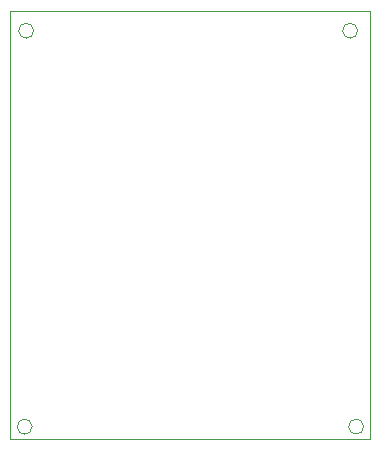
<source format=gbr>
%TF.GenerationSoftware,KiCad,Pcbnew,(6.0.2)*%
%TF.CreationDate,2022-05-06T08:02:59-03:00*%
%TF.ProjectId,Nono_Circuito_SMD,4e6f6e6f-5f43-4697-9263-7569746f5f53,rev?*%
%TF.SameCoordinates,Original*%
%TF.FileFunction,Profile,NP*%
%FSLAX46Y46*%
G04 Gerber Fmt 4.6, Leading zero omitted, Abs format (unit mm)*
G04 Created by KiCad (PCBNEW (6.0.2)) date 2022-05-06 08:02:59*
%MOMM*%
%LPD*%
G01*
G04 APERTURE LIST*
%TA.AperFunction,Profile*%
%ADD10C,0.100000*%
%TD*%
G04 APERTURE END LIST*
D10*
X109855000Y-78105000D02*
X79375000Y-78105000D01*
X79375000Y-78105000D02*
X79375000Y-114300000D01*
X79375000Y-114300000D02*
X109855000Y-114300000D01*
X109855000Y-114300000D02*
X109855000Y-78105000D01*
X109347000Y-113278261D02*
G75*
G03*
X109347000Y-113278261I-635000J0D01*
G01*
X81407000Y-79756000D02*
G75*
G03*
X81407000Y-79756000I-635000J0D01*
G01*
X108839000Y-79756000D02*
G75*
G03*
X108839000Y-79756000I-635000J0D01*
G01*
X81280000Y-113284000D02*
G75*
G03*
X81280000Y-113284000I-635000J0D01*
G01*
M02*

</source>
